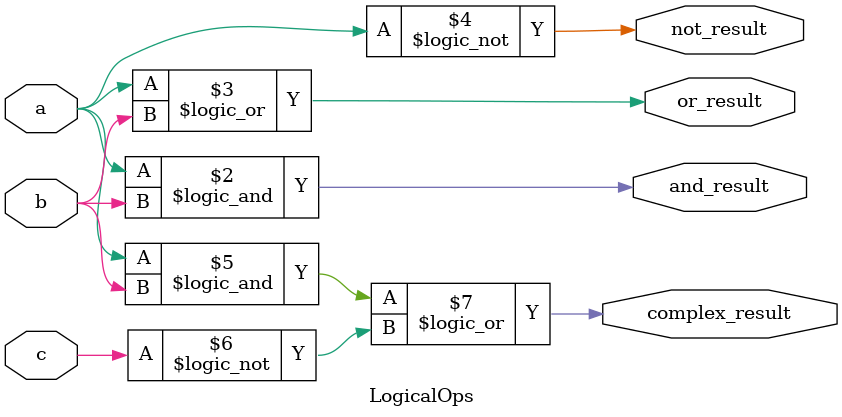
<source format=sv>

module ArithmeticOps (
    input logic [7:0] a,
    input logic [7:0] b,
    output logic [8:0] sum_out,
    output logic [8:0] diff_out,
    output logic [15:0] prod_out,
    output logic [7:0] div_out,
    output logic [7:0] mod_out
);
    always_comb begin
        sum_out = (a + b);
        diff_out = (a - b);
        prod_out = (a * b);
        div_out = (a / b);
        mod_out = (a % b);
    end
endmodule

module BitwiseOps (
    input logic [7:0] a,
    input logic [7:0] b,
    output logic [7:0] and_out,
    output logic [7:0] or_out,
    output logic [7:0] xor_out,
    output logic [7:0] not_out
);
    always_comb begin
        and_out = (a & b);
        or_out = (a | b);
        xor_out = (a ^ b);
        not_out = (~a);
    end
endmodule

module ShiftOps (
    input logic [7:0] data,
    input logic [2:0] shift_amt,
    output logic [7:0] lshift_out,
    output logic [7:0] rshift_out,
    output logic [7:0] lshift_const,
    output logic [7:0] rshift_const
);
    always_comb begin
        lshift_out = (data << shift_amt);
        rshift_out = (data >> shift_amt);
        lshift_const = (data << 2);
        rshift_const = (data >> 3);
    end
endmodule

module CompareOps (
    input logic [7:0] a,
    input logic [7:0] b,
    output logic eq,
    output logic neq,
    output logic lt,
    output logic gt,
    output logic lte,
    output logic gte
);
    always_comb begin
        eq = (a == b);
        neq = (a != b);
        lt = (a < b);
        gt = (a > b);
        lte = (a <= b);
        gte = (a >= b);
    end
endmodule

module LogicalOps (
    input logic a,
    input logic b,
    input logic c,
    output logic and_result,
    output logic or_result,
    output logic not_result,
    output logic complex_result
);
    always_comb begin
        and_result = (a && b);
        or_result = (a || b);
        not_result = (!a);
        complex_result = ((a && b) || (!c));
    end
endmodule
</source>
